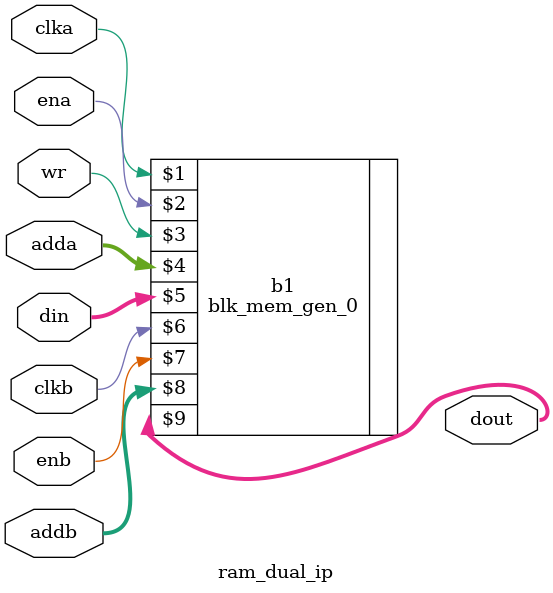
<source format=v>
`timescale 1ns / 1ps

module ram_dual_ip(
    input clka,clkb,
    input ena,enb,
    input wr,
    input [7:0]adda,addb,
    input [7:0] din,
    output [7:0] dout
    );
blk_mem_gen_0 b1(clka,ena,wr,adda,din,clkb,enb,addb,dout);
endmodule

</source>
